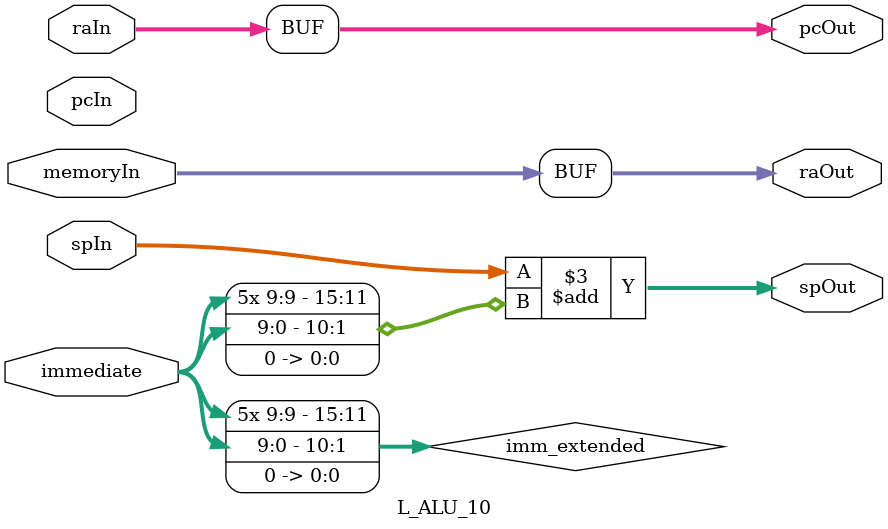
<source format=v>

module L_ALU_10 (immediate, spIn, spOut, pcIn, pcOut, raIn, raOut, memoryIn);

// Handles RETURN
// Control bits: instruction[:]
// Immediate bits: instruction[:]
// Each ALU is responsible for sign extending their own immediate

	input [9:0] immediate;
	
	input [15:0] spIn;
	input [15:0] pcIn;
	input [15:0] raIn;
	input [15:0] memoryIn;
	
	output reg [15:0] spOut;
	output reg [15:0] pcOut;
	output reg [15:0] raOut;
	
	// Sign extend immediate: 6 times the MSB concat with rest of imm
	wire [15:0] imm_extended = {{6{immediate[9]}}, immediate[9:0]} << 1;

    always @(*) begin
	 
        //update PC to RA
        pcOut = raIn;

        //calculate new SP
        spOut = spIn + imm_extended;

        //update RA from memory
        raOut = memoryIn;
    end
	 
	 
	 // Logic needs verification yet again
	
endmodule

</source>
